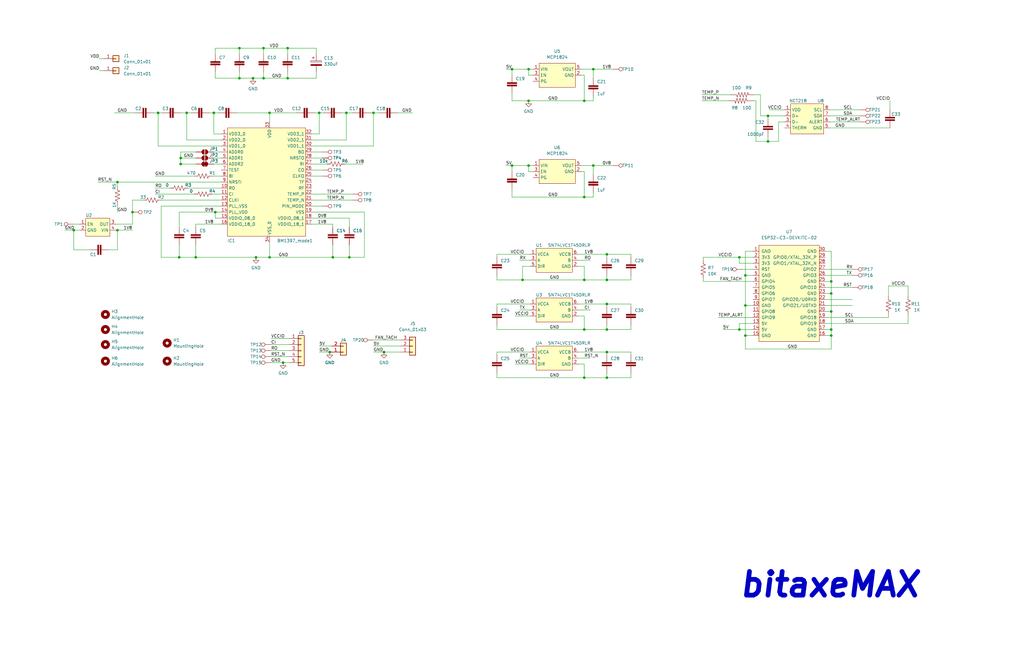
<source format=kicad_sch>
(kicad_sch (version 20211123) (generator eeschema)
  (paper "B")
  (title_block (title "le bitaxe") (date "2022-02-23"))
  (junction (at 66.675 47.625))
  (junction (at 146.05 47.625))
  (junction (at 140.335 108.585))
  (junction (at 222.885 69.85))
  (junction (at 350.52 139.065))
  (junction (at 255.905 128.27))
  (junction (at 246.38 159.385))
  (junction (at 107.95 108.585))
  (junction (at 100.965 20.32) (diameter 0.9144))
  (junction (at 222.885 42.545))
  (junction (at 31.115 97.155))
  (junction (at 250.19 29.21) (diameter 0.9144))
  (junction (at 75.565 108.585))
  (junction (at 323.85 48.895))
  (junction (at 111.125 20.32) (diameter 0.9144))
  (junction (at 49.53 76.835))
  (junction (at 311.785 108.585))
  (junction (at 90.805 89.535))
  (junction (at 246.38 139.065))
  (junction (at 350.52 131.445))
  (junction (at 314.325 116.205))
  (junction (at 255.905 159.385))
  (junction (at 222.885 29.21))
  (junction (at 111.125 33.02) (diameter 0.9144))
  (junction (at 157.48 47.625))
  (junction (at 82.55 108.585))
  (junction (at 100.965 33.02) (diameter 0.9144))
  (junction (at 350.52 118.745))
  (junction (at 255.905 148.59))
  (junction (at 113.665 108.585))
  (junction (at 220.345 118.11))
  (junction (at 255.905 139.065))
  (junction (at 139.065 148.59))
  (junction (at 78.74 47.625))
  (junction (at 147.32 108.585))
  (junction (at 215.9 29.21) (diameter 0.9144))
  (junction (at 113.665 47.625))
  (junction (at 350.52 141.605))
  (junction (at 323.85 59.69))
  (junction (at 250.19 69.85) (diameter 0.9144))
  (junction (at 49.53 97.155))
  (junction (at 350.52 123.825))
  (junction (at 121.285 33.02))
  (junction (at 255.905 118.11))
  (junction (at 55.88 89.535))
  (junction (at 76.2 66.675))
  (junction (at 246.38 118.11))
  (junction (at 314.325 128.905))
  (junction (at 255.905 107.315))
  (junction (at 119.38 153.035))
  (junction (at 90.17 47.625))
  (junction (at 215.9 69.85) (diameter 0.9144))
  (junction (at 314.325 141.605))
  (junction (at 311.785 139.065))
  (junction (at 246.38 83.185) (diameter 0.9144))
  (junction (at 76.2 69.215))
  (junction (at 121.285 20.32))
  (junction (at 106.68 33.02))
  (junction (at 161.925 148.59))
  (junction (at 246.38 42.545) (diameter 0.9144))
  (junction (at 134.62 47.625))
  (wire (pts (xy 147.32 108.585) (xy 153.67 108.585)))
  (wire (pts (xy 215.9 29.21) (xy 222.885 29.21)))
  (wire (pts (xy 131.445 69.215) (xy 137.795 69.215)))
  (wire (pts (xy 79.375 79.375) (xy 93.345 79.375)))
  (wire (pts (xy 314.325 147.32) (xy 350.52 147.32)))
  (wire (pts (xy 111.125 30.48) (xy 111.125 33.02)))
  (wire (pts (xy 213.36 69.85) (xy 215.9 69.85)))
  (wire (pts (xy 243.84 151.13) (xy 248.92 151.13)))
  (wire (pts (xy 246.38 118.11) (xy 220.345 118.11)))
  (wire (pts (xy 330.835 51.435) (xy 328.295 51.435)))
  (wire (pts (xy 132.715 47.625) (xy 134.62 47.625)))
  (wire (pts (xy 131.445 74.295) (xy 135.89 74.295)))
  (wire (pts (xy 295.91 40.005) (xy 307.975 40.005)))
  (wire (pts (xy 82.55 103.505) (xy 82.55 108.585)))
  (wire (pts (xy 209.55 157.48) (xy 209.55 159.385)))
  (wire (pts (xy 153.67 108.585) (xy 153.67 89.535)))
  (wire (pts (xy 119.38 153.035) (xy 121.92 153.035)))
  (wire (pts (xy 220.345 112.395) (xy 223.52 112.395)))
  (wire (pts (xy 255.905 148.59) (xy 255.905 149.86)))
  (wire (pts (xy 121.285 20.32) (xy 133.35 20.32)))
  (wire (pts (xy 131.445 66.675) (xy 135.89 66.675)))
  (wire (pts (xy 374.65 120.65) (xy 382.905 120.65)))
  (wire (pts (xy 266.065 157.48) (xy 266.065 159.385)))
  (wire (pts (xy 349.885 51.435) (xy 362.585 51.435)))
  (wire (pts (xy 243.84 130.81) (xy 248.92 130.81)))
  (wire (pts (xy 304.8 139.065) (xy 311.785 139.065)))
  (wire (pts (xy 114.3 142.875) (xy 121.92 142.875)))
  (wire (pts (xy 250.19 29.21) (xy 258.445 29.21)))
  (wire (pts (xy 75.565 89.535) (xy 90.805 89.535)))
  (wire (pts (xy 311.785 108.585) (xy 296.545 108.585)))
  (wire (pts (xy 255.905 159.385) (xy 246.38 159.385)))
  (wire (pts (xy 100.965 33.02) (xy 90.805 33.02)))
  (wire (pts (xy 243.84 153.67) (xy 246.38 153.67)))
  (wire (pts (xy 114.3 150.495) (xy 121.92 150.495)))
  (wire (pts (xy 215.9 39.37) (xy 215.9 42.545)))
  (wire (pts (xy 106.68 33.02) (xy 100.965 33.02)))
  (wire (pts (xy 93.345 56.515) (xy 90.17 56.515)))
  (wire (pts (xy 131.445 59.055) (xy 146.05 59.055)))
  (wire (pts (xy 219.075 130.81) (xy 223.52 130.81)))
  (wire (pts (xy 320.675 48.895) (xy 320.675 40.005)))
  (wire (pts (xy 266.065 137.16) (xy 266.065 139.065)))
  (wire (pts (xy 266.065 116.205) (xy 266.065 118.11)))
  (wire (pts (xy 246.38 72.39) (xy 246.38 83.185)))
  (wire (pts (xy 82.55 95.885) (xy 82.55 94.615)))
  (wire (pts (xy 266.065 107.315) (xy 266.065 108.585)))
  (wire (pts (xy 140.335 94.615) (xy 140.335 95.885)))
  (wire (pts (xy 222.885 31.75) (xy 224.79 31.75)))
  (wire (pts (xy 250.19 40.64) (xy 250.19 42.545)))
  (wire (pts (xy 131.445 64.135) (xy 135.89 64.135)))
  (wire (pts (xy 382.905 132.715) (xy 382.905 136.525)))
  (wire (pts (xy 350.52 141.605) (xy 347.98 141.605)))
  (wire (pts (xy 75.565 103.505) (xy 75.565 108.585)))
  (wire (pts (xy 350.52 131.445) (xy 350.52 139.065)))
  (wire (pts (xy 131.445 86.995) (xy 135.89 86.995)))
  (wire (pts (xy 131.445 61.595) (xy 157.48 61.595)))
  (wire (pts (xy 93.345 61.595) (xy 66.675 61.595)))
  (wire (pts (xy 107.95 108.585) (xy 113.665 108.585)))
  (wire (pts (xy 111.125 20.32) (xy 121.285 20.32)))
  (wire (pts (xy 209.55 107.315) (xy 209.55 108.585)))
  (wire (pts (xy 67.945 86.995) (xy 93.345 86.995)))
  (wire (pts (xy 266.065 139.065) (xy 255.905 139.065)))
  (wire (pts (xy 323.85 48.895) (xy 323.85 50.165)))
  (wire (pts (xy 350.52 139.065) (xy 350.52 141.605)))
  (wire (pts (xy 317.5 106.045) (xy 314.325 106.045)))
  (wire (pts (xy 382.905 120.65) (xy 382.905 125.095)))
  (wire (pts (xy 255.905 137.16) (xy 255.905 139.065)))
  (wire (pts (xy 100.965 30.48) (xy 100.965 33.02)))
  (wire (pts (xy 219.075 151.13) (xy 223.52 151.13)))
  (wire (pts (xy 317.5 108.585) (xy 311.785 108.585)))
  (wire (pts (xy 90.17 64.135) (xy 93.345 64.135)))
  (wire (pts (xy 223.52 107.315) (xy 209.55 107.315)))
  (wire (pts (xy 76.2 47.625) (xy 78.74 47.625)))
  (wire (pts (xy 146.05 59.055) (xy 146.05 47.625)))
  (wire (pts (xy 48.895 94.615) (xy 55.88 94.615)))
  (wire (pts (xy 121.285 30.48) (xy 121.285 33.02)))
  (wire (pts (xy 250.19 81.28) (xy 250.19 83.185)))
  (wire (pts (xy 209.55 137.16) (xy 209.55 139.065)))
  (wire (pts (xy 350.52 118.745) (xy 350.52 123.825)))
  (wire (pts (xy 213.36 29.21) (xy 215.9 29.21)))
  (wire (pts (xy 64.77 47.625) (xy 66.675 47.625)))
  (wire (pts (xy 67.945 84.455) (xy 93.345 84.455)))
  (wire (pts (xy 113.665 108.585) (xy 140.335 108.585)))
  (wire (pts (xy 223.52 128.27) (xy 209.55 128.27)))
  (wire (pts (xy 243.84 128.27) (xy 255.905 128.27)))
  (wire (pts (xy 134.62 148.59) (xy 139.065 148.59)))
  (wire (pts (xy 27.305 97.155) (xy 31.115 97.155)))
  (wire (pts (xy 147.32 103.505) (xy 147.32 108.585)))
  (wire (pts (xy 266.065 148.59) (xy 266.065 149.86)))
  (wire (pts (xy 222.885 72.39) (xy 222.885 69.85)))
  (wire (pts (xy 313.055 113.665) (xy 317.5 113.665)))
  (wire (pts (xy 350.52 147.32) (xy 350.52 141.605)))
  (wire (pts (xy 318.77 42.545) (xy 317.5 42.545)))
  (wire (pts (xy 246.38 153.67) (xy 246.38 159.385)))
  (wire (pts (xy 89.535 81.915) (xy 93.345 81.915)))
  (wire (pts (xy 246.38 83.185) (xy 215.9 83.185)))
  (wire (pts (xy 215.9 80.01) (xy 215.9 83.185)))
  (wire (pts (xy 314.325 116.205) (xy 314.325 128.905)))
  (wire (pts (xy 90.805 20.32) (xy 100.965 20.32)))
  (wire (pts (xy 157.48 148.59) (xy 161.925 148.59)))
  (wire (pts (xy 90.17 47.625) (xy 92.075 47.625)))
  (wire (pts (xy 161.925 148.59) (xy 168.91 148.59)))
  (wire (pts (xy 167.64 47.625) (xy 173.99 47.625)))
  (wire (pts (xy 222.885 29.21) (xy 224.79 29.21)))
  (wire (pts (xy 100.965 20.32) (xy 111.125 20.32)))
  (wire (pts (xy 347.98 133.985) (xy 374.65 133.985)))
  (wire (pts (xy 266.065 159.385) (xy 255.905 159.385)))
  (wire (pts (xy 65.405 74.295) (xy 81.915 74.295)))
  (wire (pts (xy 31.115 105.41) (xy 31.115 97.155)))
  (wire (pts (xy 66.675 47.625) (xy 68.58 47.625)))
  (wire (pts (xy 328.295 59.69) (xy 328.295 51.435)))
  (wire (pts (xy 89.535 74.295) (xy 93.345 74.295)))
  (wire (pts (xy 76.2 66.675) (xy 76.2 69.215)))
  (wire (pts (xy 330.835 48.895) (xy 323.85 48.895)))
  (wire (pts (xy 296.545 118.745) (xy 317.5 118.745)))
  (wire (pts (xy 43.815 29.845) (xy 41.91 29.845)))
  (wire (pts (xy 114.3 153.035) (xy 119.38 153.035)))
  (wire (pts (xy 49.53 76.835) (xy 49.53 78.74)))
  (wire (pts (xy 375.285 42.545) (xy 375.285 46.355)))
  (wire (pts (xy 145.415 69.215) (xy 153.035 69.215)))
  (wire (pts (xy 133.35 30.48) (xy 133.35 33.02)))
  (wire (pts (xy 134.62 47.625) (xy 136.525 47.625)))
  (wire (pts (xy 323.85 59.69) (xy 328.295 59.69)))
  (wire (pts (xy 49.53 76.835) (xy 93.345 76.835)))
  (wire (pts (xy 243.84 148.59) (xy 255.905 148.59)))
  (wire (pts (xy 250.19 42.545) (xy 246.38 42.545)))
  (wire (pts (xy 246.38 42.545) (xy 222.885 42.545)))
  (wire (pts (xy 347.98 118.745) (xy 350.52 118.745)))
  (wire (pts (xy 90.17 47.625) (xy 90.17 56.515)))
  (wire (pts (xy 302.895 133.985) (xy 317.5 133.985)))
  (wire (pts (xy 314.325 141.605) (xy 314.325 147.32)))
  (wire (pts (xy 217.17 153.67) (xy 223.52 153.67)))
  (wire (pts (xy 209.55 159.385) (xy 246.38 159.385)))
  (wire (pts (xy 255.905 148.59) (xy 266.065 148.59)))
  (wire (pts (xy 255.905 157.48) (xy 255.905 159.385)))
  (wire (pts (xy 67.945 108.585) (xy 75.565 108.585)))
  (wire (pts (xy 111.125 33.02) (xy 106.68 33.02)))
  (wire (pts (xy 49.53 105.41) (xy 49.53 97.155)))
  (wire (pts (xy 113.665 108.585) (xy 113.665 102.235)))
  (wire (pts (xy 375.285 53.975) (xy 349.885 53.975)))
  (wire (pts (xy 318.77 59.69) (xy 323.85 59.69)))
  (wire (pts (xy 113.665 47.625) (xy 113.665 51.435)))
  (wire (pts (xy 209.55 148.59) (xy 209.55 149.86)))
  (wire (pts (xy 246.38 31.75) (xy 246.38 42.545)))
  (wire (pts (xy 90.805 89.535) (xy 93.345 89.535)))
  (wire (pts (xy 78.74 59.055) (xy 78.74 47.625)))
  (wire (pts (xy 49.53 86.36) (xy 49.53 89.535)))
  (wire (pts (xy 133.35 22.86) (xy 133.35 20.32)))
  (wire (pts (xy 347.98 121.285) (xy 359.41 121.285)))
  (wire (pts (xy 90.805 92.075) (xy 90.805 89.535)))
  (wire (pts (xy 215.9 69.85) (xy 215.9 72.39)))
  (wire (pts (xy 131.445 81.915) (xy 148.59 81.915)))
  (wire (pts (xy 220.345 118.11) (xy 220.345 112.395)))
  (wire (pts (xy 90.17 69.215) (xy 93.345 69.215)))
  (wire (pts (xy 311.785 136.525) (xy 311.785 139.065)))
  (wire (pts (xy 223.52 148.59) (xy 209.55 148.59)))
  (wire (pts (xy 139.065 148.59) (xy 139.7 148.59)))
  (wire (pts (xy 295.91 42.545) (xy 307.34 42.545)))
  (wire (pts (xy 250.19 69.85) (xy 258.445 69.85)))
  (wire (pts (xy 65.405 81.915) (xy 81.915 81.915)))
  (wire (pts (xy 55.88 89.535) (xy 55.88 84.455)))
  (wire (pts (xy 93.345 59.055) (xy 78.74 59.055)))
  (wire (pts (xy 55.88 84.455) (xy 60.325 84.455)))
  (wire (pts (xy 323.85 57.785) (xy 323.85 59.69)))
  (wire (pts (xy 255.905 128.27) (xy 266.065 128.27)))
  (wire (pts (xy 121.285 22.86) (xy 121.285 20.32)))
  (wire (pts (xy 157.48 47.625) (xy 160.02 47.625)))
  (wire (pts (xy 314.325 128.905) (xy 317.5 128.905)))
  (wire (pts (xy 266.065 128.27) (xy 266.065 129.54)))
  (wire (pts (xy 131.445 84.455) (xy 148.59 84.455)))
  (wire (pts (xy 374.65 132.715) (xy 374.65 133.985)))
  (wire (pts (xy 140.335 103.505) (xy 140.335 108.585)))
  (wire (pts (xy 82.55 108.585) (xy 107.95 108.585)))
  (wire (pts (xy 43.815 24.765) (xy 41.91 24.765)))
  (wire (pts (xy 347.98 123.825) (xy 350.52 123.825)))
  (wire (pts (xy 209.55 128.27) (xy 209.55 129.54)))
  (wire (pts (xy 134.62 56.515) (xy 134.62 47.625)))
  (wire (pts (xy 255.905 139.065) (xy 246.38 139.065)))
  (wire (pts (xy 314.325 116.205) (xy 317.5 116.205)))
  (wire (pts (xy 347.98 126.365) (xy 359.41 126.365)))
  (wire (pts (xy 245.11 29.21) (xy 250.19 29.21)))
  (wire (pts (xy 66.675 61.595) (xy 66.675 47.625)))
  (wire (pts (xy 314.325 106.045) (xy 314.325 116.205)))
  (wire (pts (xy 131.445 92.075) (xy 147.32 92.075)))
  (wire (pts (xy 222.885 31.75) (xy 222.885 29.21)))
  (wire (pts (xy 314.325 141.605) (xy 317.5 141.605)))
  (wire (pts (xy 114.3 145.415) (xy 121.92 145.415)))
  (wire (pts (xy 250.19 69.85) (xy 250.19 73.66)))
  (wire (pts (xy 99.695 47.625) (xy 113.665 47.625)))
  (wire (pts (xy 78.74 47.625) (xy 80.645 47.625)))
  (wire (pts (xy 82.55 94.615) (xy 93.345 94.615)))
  (wire (pts (xy 362.585 48.895) (xy 349.885 48.895)))
  (wire (pts (xy 347.98 116.205) (xy 359.41 116.205)))
  (wire (pts (xy 347.98 136.525) (xy 382.905 136.525)))
  (wire (pts (xy 209.55 139.065) (xy 246.38 139.065)))
  (wire (pts (xy 347.98 128.905) (xy 359.41 128.905)))
  (wire (pts (xy 317.5 136.525) (xy 311.785 136.525)))
  (wire (pts (xy 88.265 47.625) (xy 90.17 47.625)))
  (wire (pts (xy 157.48 143.51) (xy 168.91 143.51)))
  (wire (pts (xy 314.325 128.905) (xy 314.325 141.605)))
  (wire (pts (xy 243.84 109.855) (xy 248.92 109.855)))
  (wire (pts (xy 125.095 47.625) (xy 113.665 47.625)))
  (wire (pts (xy 82.55 64.135) (xy 76.2 64.135)))
  (wire (pts (xy 246.38 31.75) (xy 245.11 31.75)))
  (wire (pts (xy 209.55 116.205) (xy 209.55 118.11)))
  (wire (pts (xy 255.905 128.27) (xy 255.905 129.54)))
  (wire (pts (xy 222.885 42.545) (xy 215.9 42.545)))
  (wire (pts (xy 246.38 133.35) (xy 246.38 139.065)))
  (wire (pts (xy 157.48 61.595) (xy 157.48 47.625)))
  (wire (pts (xy 222.885 72.39) (xy 224.79 72.39)))
  (wire (pts (xy 38.1 105.41) (xy 31.115 105.41)))
  (wire (pts (xy 41.275 76.835) (xy 49.53 76.835)))
  (wire (pts (xy 217.17 133.35) (xy 223.52 133.35)))
  (wire (pts (xy 296.545 108.585) (xy 296.545 109.855)))
  (wire (pts (xy 153.67 89.535) (xy 131.445 89.535)))
  (wire (pts (xy 55.88 94.615) (xy 55.88 89.535)))
  (wire (pts (xy 362.585 46.355) (xy 349.885 46.355)))
  (wire (pts (xy 209.55 118.11) (xy 220.345 118.11)))
  (wire (pts (xy 350.52 106.045) (xy 350.52 118.745)))
  (wire (pts (xy 250.19 83.185) (xy 246.38 83.185)))
  (wire (pts (xy 131.445 94.615) (xy 140.335 94.615)))
  (wire (pts (xy 76.2 66.675) (xy 82.55 66.675)))
  (wire (pts (xy 76.2 69.215) (xy 82.55 69.215)))
  (wire (pts (xy 67.945 86.995) (xy 67.945 108.585)))
  (wire (pts (xy 111.125 22.86) (xy 111.125 20.32)))
  (wire (pts (xy 75.565 108.585) (xy 82.55 108.585)))
  (wire (pts (xy 114.3 147.955) (xy 121.92 147.955)))
  (wire (pts (xy 255.905 118.11) (xy 246.38 118.11)))
  (wire (pts (xy 243.84 133.35) (xy 246.38 133.35)))
  (wire (pts (xy 215.9 29.21) (xy 215.9 31.75)))
  (wire (pts (xy 250.19 29.21) (xy 250.19 33.02)))
  (wire (pts (xy 31.115 94.615) (xy 33.655 94.615)))
  (wire (pts (xy 75.565 95.885) (xy 75.565 89.535)))
  (wire (pts (xy 243.84 112.395) (xy 246.38 112.395)))
  (wire (pts (xy 347.98 113.665) (xy 359.41 113.665)))
  (wire (pts (xy 245.11 69.85) (xy 250.19 69.85)))
  (wire (pts (xy 347.98 139.065) (xy 350.52 139.065)))
  (wire (pts (xy 311.785 111.125) (xy 317.5 111.125)))
  (wire (pts (xy 31.115 97.155) (xy 33.655 97.155)))
  (wire (pts (xy 320.675 40.005) (xy 318.135 40.005)))
  (wire (pts (xy 318.77 42.545) (xy 318.77 59.69)))
  (wire (pts (xy 48.895 97.155) (xy 49.53 97.155)))
  (wire (pts (xy 347.98 131.445) (xy 350.52 131.445)))
  (wire (pts (xy 255.905 116.205) (xy 255.905 118.11)))
  (wire (pts (xy 323.85 48.895) (xy 320.675 48.895)))
  (wire (pts (xy 121.285 33.02) (xy 133.35 33.02)))
  (wire (pts (xy 374.65 120.65) (xy 374.65 125.095)))
  (wire (pts (xy 131.445 71.755) (xy 135.89 71.755)))
  (wire (pts (xy 134.62 146.05) (xy 139.7 146.05)))
  (wire (pts (xy 49.53 97.155) (xy 55.88 97.155)))
  (wire (pts (xy 246.38 112.395) (xy 246.38 118.11)))
  (wire (pts (xy 215.9 69.85) (xy 222.885 69.85)))
  (wire (pts (xy 90.805 22.86) (xy 90.805 20.32)))
  (wire (pts (xy 222.885 69.85) (xy 224.79 69.85)))
  (wire (pts (xy 347.98 106.045) (xy 350.52 106.045)))
  (wire (pts (xy 266.065 118.11) (xy 255.905 118.11)))
  (wire (pts (xy 156.21 47.625) (xy 157.48 47.625)))
  (wire (pts (xy 144.145 47.625) (xy 146.05 47.625)))
  (wire (pts (xy 255.905 107.315) (xy 266.065 107.315)))
  (wire (pts (xy 48.26 47.625) (xy 57.15 47.625)))
  (wire (pts (xy 255.905 107.315) (xy 255.905 108.585)))
  (wire (pts (xy 76.2 64.135) (xy 76.2 66.675)))
  (wire (pts (xy 296.545 117.475) (xy 296.545 118.745)))
  (wire (pts (xy 157.48 146.05) (xy 168.91 146.05)))
  (wire (pts (xy 75.565 69.215) (xy 76.2 69.215)))
  (wire (pts (xy 350.52 123.825) (xy 350.52 131.445)))
  (wire (pts (xy 65.405 79.375) (xy 71.755 79.375)))
  (wire (pts (xy 311.785 108.585) (xy 311.785 111.125)))
  (wire (pts (xy 93.345 92.075) (xy 90.805 92.075)))
  (wire (pts (xy 147.32 92.075) (xy 147.32 95.885)))
  (wire (pts (xy 100.965 22.86) (xy 100.965 20.32)))
  (wire (pts (xy 121.285 33.02) (xy 111.125 33.02)))
  (wire (pts (xy 90.17 66.675) (xy 93.345 66.675)))
  (wire (pts (xy 45.72 105.41) (xy 49.53 105.41)))
  (wire (pts (xy 146.05 47.625) (xy 148.59 47.625)))
  (wire (pts (xy 219.075 109.855) (xy 223.52 109.855)))
  (wire (pts (xy 246.38 72.39) (xy 245.11 72.39)))
  (wire (pts (xy 140.335 108.585) (xy 147.32 108.585)))
  (wire (pts (xy 330.835 46.355) (xy 324.485 46.355)))
  (wire (pts (xy 90.805 30.48) (xy 90.805 33.02)))
  (wire (pts (xy 311.785 139.065) (xy 317.5 139.065)))
  (wire (pts (xy 243.84 107.315) (xy 255.905 107.315)))
  (wire (pts (xy 131.445 56.515) (xy 134.62 56.515)))
  (text "bitaxeMAX" (at 311.15 252.73 0) (effects (font (size 10 10) (thickness 2) bold italic) (justify left bottom)))
  (label "GND" (at 49.53 89.535 0))
  (label "VCCIO" (at 302.895 108.585 0))
  (label "TEMP_N" (at 295.91 42.545 0))
  (label "GND" (at 231.14 42.545 0))
  (label "GND" (at 27.305 97.155 0))
  (label "1V8" (at 254 29.21 0))
  (label "SDA" (at 356.235 136.525 0))
  (label "GND" (at 231.775 118.11 0))
  (label "RST_N" (at 41.275 76.835 0))
  (label "GND" (at 356.235 53.975 180))
  (label "RST" (at 219.075 151.13 0))
  (label "0V8" (at 254 69.85 0))
  (label "VCCIO" (at 375.285 42.545 180))
  (label "VDD" (at 115.57 47.625 0))
  (label "GND" (at 41.91 29.845 180))
  (label "FAN_TACH" (at 303.53 118.745 0))
  (label "GND" (at 118.745 33.02 180))
  (label "VDD" (at 113.665 20.32 0))
  (label "TEMP_P" (at 137.795 81.915 0))
  (label "RX" (at 356.87 113.665 0))
  (label "RO" (at 65.405 79.375 0))
  (label "1V8" (at 52.07 97.155 0))
  (label "GND" (at 231.775 159.385 0))
  (label "TEMP_N" (at 137.795 84.455 0))
  (label "GND" (at 231.775 139.065 0))
  (label "FAN_TACH" (at 158.115 143.51 0))
  (label "SCL" (at 356.235 133.985 0))
  (label "GND" (at 49.53 47.625 0))
  (label "1V8" (at 86.36 94.615 0))
  (label "VCCIO" (at 217.17 133.35 0))
  (label "SCL" (at 359.41 46.355 180))
  (label "5V" (at 134.62 146.05 0))
  (label "GND" (at 157.48 148.59 0))
  (label "RO" (at 114.3 147.955 0))
  (label "VCCIO" (at 215.265 148.59 0))
  (label "5V" (at 304.8 139.065 0))
  (label "5V" (at 213.36 69.85 0))
  (label "GND" (at 65.405 74.295 0))
  (label "1V8" (at 246.38 128.27 0))
  (label "RST" (at 355.6 121.285 0))
  (label "5V" (at 213.36 29.21 0))
  (label "CI" (at 246.38 130.81 0))
  (label "GND" (at 134.62 148.59 0))
  (label "VCCIO" (at 114.3 142.875 0))
  (label "VCCIO" (at 329.565 46.355 180))
  (label "VCCIO" (at 217.17 153.67 0))
  (label "1V8" (at 133.985 94.615 0))
  (label "GND" (at 77.47 66.675 0))
  (label "1V8" (at 246.38 107.315 0))
  (label "1V8" (at 149.86 69.215 0))
  (label "VCCIO" (at 375.92 120.65 0))
  (label "0V8" (at 86.36 89.535 0))
  (label "CI" (at 114.3 145.415 0))
  (label "VDD" (at 41.91 24.765 180))
  (label "GND" (at 332.105 147.32 0))
  (label "SDA" (at 359.41 48.895 180))
  (label "TX" (at 356.87 116.205 0))
  (label "0V8" (at 133.985 92.075 0))
  (label "VCCIO" (at 215.265 128.27 0))
  (label "TEMP_ALRT" (at 302.895 133.985 0))
  (label "GND" (at 169.545 47.625 0))
  (label "TEMP_P" (at 295.91 40.005 0))
  (label "RST_N" (at 246.38 151.13 0))
  (label "VCCIO" (at 215.265 107.315 0))
  (label "GND" (at 117.475 108.585 0))
  (label "5V" (at 157.48 146.05 0))
  (label "RO" (at 246.38 109.855 0))
  (label "RX" (at 219.075 109.855 0))
  (label "GND" (at 114.3 153.035 0))
  (label "TX" (at 219.075 130.81 0))
  (label "RST_N" (at 114.3 150.495 0))
  (label "TEMP_ALRT" (at 352.425 51.435 0))
  (label "1V8" (at 246.38 148.59 0))
  (label "CI" (at 65.405 81.915 0))
  (label "GND" (at 231.14 83.185 0))
  (symbol (lib_name "MCP1824_1") (lib_id "bitaxe:MCP1824") (at 234.95 71.12 0) (unit 1)
    (property "Reference" "U6" (at 234.95 62.23 0))
    (property "Value" "MCP1824" (at 234.95 64.77 0))
    (property "Footprint" "Package_TO_SOT_SMD:SOT-23-5" (effects hide))
    (property "Datasheet" "https://ww1.microchip.com/downloads/en/DeviceDoc/22070a.pdf" (effects hide))
    (property "PARTNO" "MCP1824T-0802E/OT" (effects hide))
    (property "DK" "MCP1824T-0802E/OTCT-ND" (effects hide))
  )
  (symbol (lib_id "Connector:TestPoint") (at 157.48 143.51 90) (mirror x) (unit 1)
    (property "Reference" "TP20" (at 151.13 143.51 90))
    (property "Value" "TestPoint" (effects hide))
    (property "Footprint" "TestPoint:TestPoint_Pad_D1.5mm" (effects hide))
    (property "DNP" "T" (effects hide))
  )
  (symbol (lib_id "DayMiner-eagle-import:CAP0402") (at 62.23 47.625 90) (unit 1)
    (property "Reference" "C2" (at 59.69 45.085 90) (effects (justify left bottom)))
    (property "Value" "1uF" (at 59.69 48.26 90) (effects (justify left bottom)))
    (property "Footprint" "DayMiner:C0402" (effects hide))
    (property "Value" "1uF" (effects hide))
    (property "DK" "587-5514-1-ND" (effects hide))
  )
  (symbol (lib_id "DayMiner-eagle-import:CAP0402") (at 121.285 27.94 0) (unit 1)
    (property "Reference" "C11" (at 122.809 25.019 0) (effects (justify left bottom)))
    (property "Value" "1uF" (at 122.809 30.099 0) (effects (justify left bottom)))
    (property "Footprint" "DayMiner:C0402" (effects hide))
    (property "Value" "1uF" (effects hide))
    (property "DK" "587-5514-1-ND" (effects hide))
  )
  (symbol (lib_id "Connector_Generic:Conn_01x01") (at 48.895 24.765 0) (unit 1)
    (property "Reference" "J1" (at 52.07 23.4949 0) (effects (justify left)))
    (property "Value" "Conn_01x01" (at 52.07 26.0349 0) (effects (justify left)))
    (property "Footprint" "DayMiner:63862-1" (effects hide))
    (property "DK" "A100886CT-ND" (effects hide))
    (property "PARTNO" "63862-1" (effects hide))
  )
  (symbol (lib_id "Connector:TestPoint") (at 114.3 145.415 90) (mirror x) (unit 1)
    (property "Reference" "TP12" (at 107.95 145.415 90))
    (property "Value" "TestPoint" (effects hide))
    (property "Footprint" "TestPoint:TestPoint_Pad_D1.5mm" (effects hide))
    (property "DNP" "T" (effects hide))
  )
  (symbol (lib_id "Mechanical:MountingHole") (at 44.45 145.415 0) (unit 1)
    (property "Reference" "H5" (at 46.99 144.1449 0) (effects (justify left)))
    (property "Value" "AlignmentHole" (at 46.99 146.6849 0) (effects (justify left)))
    (property "Footprint" "DayMiner:alignment_pin_1.5mm" (effects hide))
    (property "PARTNO" "https://www.amazon.com/dp/B07MDFS1YS" (effects hide))
  )
  (symbol (lib_id "Connector_Generic:Conn_01x03") (at 173.99 146.05 0) (mirror x) (unit 1)
    (property "Reference" "J5" (at 173.99 136.525 0))
    (property "Value" "Conn_01x03" (at 173.99 139.065 0))
    (property "Footprint" "Connector_Molex:Molex_KK-254_AE-6410-03A_1x03_P2.54mm_Vertical" (effects hide))
    (property "DK" "WM4201-ND" (effects hide))
    (property "PARTNO" "0022232031" (effects hide))
  )
  (symbol (lib_id "Connector:TestPoint") (at 148.59 81.915 270) (mirror x) (unit 1)
    (property "Reference" "TP7" (at 154.94 81.915 90))
    (property "Value" "TestPoint" (effects hide))
    (property "Footprint" "TestPoint:TestPoint_Pad_D1.5mm" (effects hide))
    (property "DNP" "T" (effects hide))
  )
  (symbol (lib_id "Connector_Generic:Conn_01x01") (at 48.895 29.845 0) (unit 1)
    (property "Reference" "J2" (at 52.07 28.5749 0) (effects (justify left)))
    (property "Value" "Conn_01x01" (at 52.07 31.1149 0) (effects (justify left)))
    (property "Footprint" "DayMiner:63862-1" (effects hide))
    (property "DK" "A100886CT-ND" (effects hide))
    (property "PARTNO" "63862-1" (effects hide))
  )
  (symbol (lib_id "power:GND") (at 161.925 148.59 0) (mirror y) (unit 1)
    (property "Reference" "#PWR011" (effects hide))
    (property "Value" "GND" (at 161.925 153.035 0))
  )
  (symbol (lib_id "Device:R_US") (at 374.65 128.905 180) (unit 1)
    (property "Reference" "R10" (at 377.825 128.27 0))
    (property "Value" "1K" (at 378.46 130.81 0))
    (property "Footprint" "DayMiner:R0402" (effects hide))
  )
  (symbol (lib_id "Connector:TestPoint") (at 258.445 29.21 270) (mirror x) (unit 1)
    (property "Reference" "TP10" (at 264.795 29.21 90))
    (property "Value" "TestPoint" (effects hide))
    (property "Footprint" "TestPoint:TestPoint_Pad_D1.5mm" (effects hide))
    (property "DNP" "T" (effects hide))
  )
  (symbol (lib_id "DayMiner-eagle-import:CAP0402") (at 266.065 113.665 0) (unit 1)
    (property "Reference" "C29" (at 267.589 110.744 0) (effects (justify left bottom)))
    (property "Value" "1uF" (at 267.589 115.824 0) (effects (justify left bottom)))
    (property "Footprint" "DayMiner:C0402" (effects hide))
    (property "Value" "1uF" (effects hide))
    (property "DK" "587-5514-1-ND" (effects hide))
  )
  (symbol (lib_id "Connector:TestPoint") (at 135.89 71.755 270) (mirror x) (unit 1)
    (property "Reference" "TP5" (at 142.24 71.755 90))
    (property "Value" "TestPoint" (effects hide))
    (property "Footprint" "TestPoint:TestPoint_Pad_D1.5mm" (effects hide))
    (property "DNP" "T" (effects hide))
  )
  (symbol (lib_id "Jumper:SolderJumper_2_Open") (at 86.36 64.135 0) (unit 1)
    (property "Reference" "JP1" (at 90.17 62.865 0))
    (property "Value" "SolderJumper_2_Open" (effects hide))
    (property "Footprint" "Jumper:SolderJumper-2_P1.3mm_Open_RoundedPad1.0x1.5mm" (effects hide))
  )
  (symbol (lib_id "DayMiner-eagle-import:RESISTOR0402-RES") (at 312.42 42.545 0) (mirror y) (unit 1)
    (property "Reference" "R8" (at 311.15 46.225 0) (effects (justify left bottom)))
    (property "Value" "100" (at 316.865 46.225 0) (effects (justify left bottom)))
    (property "Footprint" "Resistor_SMD:R_0402_1005Metric" (effects hide))
    (property "DK" "RMCF0402FT100RCT-ND" (effects hide))
  )
  (symbol (lib_id "bitaxe:SN74LVC1T45DBV") (at 233.68 109.855 0) (unit 1)
    (property "Reference" "U1" (at 227.33 103.505 0))
    (property "Value" "SN74LVC1T45DRLR" (at 240.03 103.505 0))
    (property "Footprint" "Package_TO_SOT_SMD:SOT-23-6" (effects hide))
    (property "Datasheet" "http://www.ti.com/lit/ds/symlink/sn74lvc1t45.pdf" (effects hide))
    (property "DK" "296-20629-1-ND" (effects hide))
    (property "PARTNO" "SN74LVC1T45DRLR" (effects hide))
  )
  (symbol (lib_id "DayMiner-eagle-import:CAP0402") (at 266.065 134.62 0) (unit 1)
    (property "Reference" "C30" (at 267.589 131.699 0) (effects (justify left bottom)))
    (property "Value" "1uF" (at 267.589 136.779 0) (effects (justify left bottom)))
    (property "Footprint" "DayMiner:C0402" (effects hide))
    (property "Value" "1uF" (effects hide))
    (property "DK" "587-5514-1-ND" (effects hide))
  )
  (symbol (lib_id "Connector:TestPoint") (at 135.89 74.295 270) (mirror x) (unit 1)
    (property "Reference" "TP6" (at 142.24 74.295 90))
    (property "Value" "TestPoint" (effects hide))
    (property "Footprint" "TestPoint:TestPoint_Pad_D1.5mm" (effects hide))
    (property "DNP" "T" (effects hide))
  )
  (symbol (lib_id "power:GND") (at 139.065 148.59 0) (mirror y) (unit 1)
    (property "Reference" "#PWR010" (effects hide))
    (property "Value" "GND" (at 139.065 153.035 0))
  )
  (symbol (lib_id "DayMiner-eagle-import:CAP0402") (at 255.905 134.62 0) (unit 1)
    (property "Reference" "C27" (at 257.429 131.699 0) (effects (justify left bottom)))
    (property "Value" "0.1uF" (at 257.429 136.779 0) (effects (justify left bottom)))
    (property "Footprint" "DayMiner:C0402" (effects hide))
    (property "Value" "0.1uF" (effects hide))
    (property "DK" "1292-1639-1-ND" (effects hide))
  )
  (symbol (lib_id "DayMiner-eagle-import:CAP0402") (at 111.125 27.94 0) (unit 1)
    (property "Reference" "C10" (at 112.649 25.019 0) (effects (justify left bottom)))
    (property "Value" "1uF" (at 112.649 30.099 0) (effects (justify left bottom)))
    (property "Footprint" "DayMiner:C0402" (effects hide))
    (property "Value" "1uF" (effects hide))
    (property "DK" "587-5514-1-ND" (effects hide))
  )
  (symbol (lib_id "Device:R_US") (at 49.53 82.55 180) (unit 1)
    (property "Reference" "R5" (at 48.26 78.74 90))
    (property "Value" "1K" (at 48.26 86.36 90))
    (property "Footprint" "DayMiner:R0402" (effects hide))
  )
  (symbol (lib_id "power:GND") (at 119.38 153.035 0) (mirror y) (unit 1)
    (property "Reference" "#PWR09" (effects hide))
    (property "Value" "GND" (at 119.38 157.48 0))
  )
  (symbol (lib_id "DayMiner-eagle-import:CAP0402") (at 266.065 154.94 0) (unit 1)
    (property "Reference" "C31" (at 267.589 152.019 0) (effects (justify left bottom)))
    (property "Value" "1uF" (at 267.589 157.099 0) (effects (justify left bottom)))
    (property "Footprint" "DayMiner:C0402" (effects hide))
    (property "Value" "1uF" (effects hide))
    (property "DK" "587-5514-1-ND" (effects hide))
  )
  (symbol (lib_id "Connector:TestPoint") (at 114.3 147.955 90) (unit 1)
    (property "Reference" "TP13" (at 107.95 147.955 90))
    (property "Value" "TestPoint" (effects hide))
    (property "Footprint" "TestPoint:TestPoint_Pad_D1.5mm" (effects hide))
    (property "DNP" "T" (effects hide))
  )
  (symbol (lib_id "bitaxe:SN74LVC1T45DBV") (at 233.68 130.81 0) (unit 1)
    (property "Reference" "U3" (at 227.33 124.46 0))
    (property "Value" "SN74LVC1T45DRLR" (at 240.03 124.46 0))
    (property "Footprint" "Package_TO_SOT_SMD:SOT-23-6" (effects hide))
    (property "Datasheet" "http://www.ti.com/lit/ds/symlink/sn74lvc1t45.pdf" (effects hide))
    (property "DK" "296-20629-1-ND" (effects hide))
    (property "PARTNO" "SN74LVC1T45DRLR" (effects hide))
  )
  (symbol (lib_id "Device:R_US") (at 141.605 69.215 90) (unit 1)
    (property "Reference" "R6" (at 145.415 67.945 90))
    (property "Value" "10k" (at 136.525 67.945 90))
    (property "Footprint" "DayMiner:R0402" (effects hide))
    (property "DK" "RMCF0402FT10K0CT-ND" (effects hide))
  )
  (symbol (lib_id "Device:R_US") (at 85.725 74.295 90) (unit 1)
    (property "Reference" "R1" (at 89.535 73.025 90))
    (property "Value" "470" (at 80.645 73.025 90))
    (property "Footprint" "DayMiner:R0402" (effects hide))
  )
  (symbol (lib_id "Connector_Generic:Conn_01x02") (at 144.78 148.59 0) (mirror x) (unit 1)
    (property "Reference" "J4" (at 144.78 143.51 0))
    (property "Value" "Conn_01x02" (effects hide))
    (property "Footprint" "Connector_PinHeader_2.54mm:PinHeader_1x02_P2.54mm_Vertical" (effects hide))
    (property "DNP" "T" (effects hide))
  )
  (symbol (lib_id "DayMiner-eagle-import:CAP0402") (at 147.32 100.965 0) (unit 1)
    (property "Reference" "C16" (at 148.844 98.044 0) (effects (justify left bottom)))
    (property "Value" "1uF" (at 148.844 103.124 0) (effects (justify left bottom)))
    (property "Footprint" "DayMiner:C0402" (effects hide))
    (property "Value" "1uF" (effects hide))
    (property "DK" "587-5514-1-ND" (effects hide))
  )
  (symbol (lib_id "DayMiner-eagle-import:CAP0402") (at 73.66 47.625 90) (unit 1)
    (property "Reference" "C3" (at 71.12 45.085 90) (effects (justify left bottom)))
    (property "Value" "1uF" (at 71.12 48.26 90) (effects (justify left bottom)))
    (property "Footprint" "DayMiner:C0402" (effects hide))
    (property "Value" "1uF" (effects hide))
    (property "DK" "587-5514-1-ND" (effects hide))
  )
  (symbol (lib_name "SolderJumper_2_Bridged_5") (lib_id "Jumper:SolderJumper_2_Bridged") (at 86.36 69.215 0) (unit 1)
    (property "Reference" "JP3" (at 90.17 67.945 0))
    (property "Value" "SolderJumper_2_Bridged" (effects hide))
    (property "Footprint" "Jumper:SolderJumper-2_P1.3mm_Bridged2Bar_RoundedPad1.0x1.5mm" (effects hide))
    (property "DNP" "T" (effects hide))
  )
  (symbol (lib_id "DayMiner-eagle-import:CAP0402") (at 140.335 100.965 0) (unit 1)
    (property "Reference" "C14" (at 141.859 98.044 0) (effects (justify left bottom)))
    (property "Value" "1uF" (at 141.859 103.124 0) (effects (justify left bottom)))
    (property "Footprint" "DayMiner:C0402" (effects hide))
    (property "Value" "1uF" (effects hide))
    (property "DK" "587-5514-1-ND" (effects hide))
  )
  (symbol (lib_id "DayMiner-eagle-import:CAP0402") (at 97.155 47.625 90) (unit 1)
    (property "Reference" "C8" (at 94.615 45.085 90) (effects (justify left bottom)))
    (property "Value" "1uF" (at 94.615 48.26 90) (effects (justify left bottom)))
    (property "Footprint" "DayMiner:C0402" (effects hide))
    (property "Value" "1uF" (effects hide))
    (property "DK" "587-5514-1-ND" (effects hide))
  )
  (symbol (lib_id "DayMiner-eagle-import:CAP0402") (at 250.19 38.1 0) (unit 1)
    (property "Reference" "C21" (at 251.714 35.179 0) (effects (justify left bottom)))
    (property "Value" "1uF" (at 251.714 40.259 0) (effects (justify left bottom)))
    (property "Footprint" "DayMiner:C0402" (effects hide))
    (property "DK" "587-5514-1-ND" (effects hide))
  )
  (symbol (lib_id "power:GND") (at 106.68 33.02 0) (mirror y) (unit 1)
    (property "Reference" "#PWR01" (effects hide))
    (property "Value" "GND" (at 106.68 37.465 0))
  )
  (symbol (lib_id "Connector:TestPoint") (at 135.89 66.675 270) (mirror x) (unit 1)
    (property "Reference" "TP4" (at 142.24 66.675 90))
    (property "Value" "TestPoint" (effects hide))
    (property "Footprint" "TestPoint:TestPoint_Pad_D1.5mm" (effects hide))
    (property "DNP" "T" (effects hide))
  )
  (symbol (lib_id "Connector:TestPoint") (at 359.41 116.205 270) (mirror x) (unit 1)
    (property "Reference" "TP16" (at 365.76 116.205 90))
    (property "Value" "TestPoint" (effects hide))
    (property "Footprint" "TestPoint:TestPoint_Pad_D1.5mm" (effects hide))
    (property "DNP" "T" (effects hide))
  )
  (symbol (lib_id "DayMiner-eagle-import:CAP0402") (at 130.175 47.625 90) (unit 1)
    (property "Reference" "C12" (at 127 45.085 90) (effects (justify left bottom)))
    (property "Value" "1uF" (at 127 48.26 90) (effects (justify left bottom)))
    (property "Footprint" "DayMiner:C0402" (effects hide))
    (property "Value" "1uF" (effects hide))
    (property "DK" "587-5514-1-ND" (effects hide))
  )
  (symbol (lib_id "Mechanical:MountingHole") (at 44.45 139.065 0) (unit 1)
    (property "Reference" "H4" (at 46.99 137.7949 0) (effects (justify left)))
    (property "Value" "AlignmentHole" (at 46.99 140.3349 0) (effects (justify left)))
    (property "Footprint" "DayMiner:alignment_pin_1.5mm" (effects hide))
    (property "PARTNO" "https://www.amazon.com/dp/B07MDFS1YS" (effects hide))
  )
  (symbol (lib_id "DayMiner-eagle-import:CAP0402") (at 375.285 51.435 0) (mirror y) (unit 1)
    (property "Reference" "C33" (at 379.73 48.895 0) (effects (justify left bottom)))
    (property "Value" "0.1uF" (at 381.635 53.34 0) (effects (justify left bottom)))
    (property "Footprint" "DayMiner:C0402" (effects hide))
    (property "Value" "0.1uF" (effects hide))
    (property "DK" "1292-1639-1-ND" (effects hide))
  )
  (symbol (lib_id "Connector:TestPoint") (at 258.445 69.85 270) (mirror x) (unit 1)
    (property "Reference" "TP11" (at 264.795 69.85 90))
    (property "Value" "TestPoint" (effects hide))
    (property "Footprint" "TestPoint:TestPoint_Pad_D1.5mm" (effects hide))
    (property "DNP" "T" (effects hide))
  )
  (symbol (lib_id "DayMiner-eagle-import:CAP0402") (at 215.9 77.47 0) (unit 1)
    (property "Reference" "C20" (at 217.424 74.549 0) (effects (justify left bottom)))
    (property "Value" "0.1uF" (at 217.424 79.629 0) (effects (justify left bottom)))
    (property "Footprint" "DayMiner:C0402" (effects hide))
    (property "Value" "0.1uF" (effects hide))
    (property "DK" "1292-1639-1-ND" (effects hide))
  )
  (symbol (lib_id "DayMiner-eagle-import:CAP0402") (at 255.905 154.94 0) (unit 1)
    (property "Reference" "C28" (at 257.429 152.019 0) (effects (justify left bottom)))
    (property "Value" "0.1uF" (at 257.429 157.099 0) (effects (justify left bottom)))
    (property "Footprint" "DayMiner:C0402" (effects hide))
    (property "Value" "0.1uF" (effects hide))
    (property "DK" "1292-1639-1-ND" (effects hide))
  )
  (symbol (lib_id "DayMiner-eagle-import:CAP0402") (at 90.805 27.94 0) (unit 1)
    (property "Reference" "C7" (at 92.329 25.019 0) (effects (justify left bottom)))
    (property "Value" "0.1uF" (at 92.329 30.099 0) (effects (justify left bottom)))
    (property "Footprint" "DayMiner:C0402" (effects hide))
    (property "Value" "0.1uF" (effects hide))
    (property "DK" "1292-1639-1-ND" (effects hide))
  )
  (symbol (lib_id "Connector_Generic:Conn_01x05") (at 127 147.955 0) (unit 1)
    (property "Reference" "J3" (at 125.73 140.335 0) (effects (justify left)))
    (property "Value" "Conn_01x05" (effects hide))
    (property "Footprint" "Connector_PinHeader_2.54mm:PinHeader_1x05_P2.54mm_Vertical" (effects hide))
  )
  (symbol (lib_id "power:GND") (at 222.885 42.545 0) (mirror y) (unit 1)
    (property "Reference" "#PWR08" (effects hide))
    (property "Value" "GND" (at 222.885 46.99 0))
  )
  (symbol (lib_id "Connector:TestPoint") (at 148.59 84.455 270) (mirror x) (unit 1)
    (property "Reference" "TP8" (at 154.94 84.455 90))
    (property "Value" "TestPoint" (effects hide))
    (property "Footprint" "TestPoint:TestPoint_Pad_D1.5mm" (effects hide))
    (property "DNP" "T" (effects hide))
  )
  (symbol (lib_name "ESP32-C3-DEVKITC-02_1") (lib_id "bitaxe:ESP32-C3-DEVKITC-02") (at 334.01 123.825 0) (unit 1)
    (property "Reference" "U7" (at 332.74 97.79 0))
    (property "Value" "ESP32-C3-DEVKITC-02" (at 332.74 100.33 0))
    (property "Footprint" "DayMiner:XCVR_ESP32-C3-DEVKITC-02" (effects hide))
    (property "Datasheet" "https://www.espressif.com/sites/default/files/documentation/esp32-c3_datasheet_en.pdf" (effects hide))
  )
  (symbol (lib_id "bitaxe:MCP1824") (at 234.95 30.48 0) (unit 1)
    (property "Reference" "U5" (at 234.95 21.59 0))
    (property "Value" "MCP1824" (at 234.95 24.13 0))
    (property "Footprint" "Package_TO_SOT_SMD:SOT-23-5" (effects hide))
    (property "Datasheet" "https://ww1.microchip.com/downloads/en/DeviceDoc/22070a.pdf" (effects hide))
    (property "PARTNO" "MCP1824T-1802E/OT" (effects hide))
    (property "DK" "MCP1824T-1802E/OTCT-ND" (effects hide))
  )
  (symbol (lib_id "DayMiner-eagle-import:CAP0402") (at 85.725 47.625 90) (unit 1)
    (property "Reference" "C6" (at 83.185 45.085 90) (effects (justify left bottom)))
    (property "Value" "1uF" (at 83.185 48.26 90) (effects (justify left bottom)))
    (property "Footprint" "DayMiner:C0402" (effects hide))
    (property "Value" "1uF" (effects hide))
    (property "DK" "587-5514-1-ND" (effects hide))
  )
  (symbol (lib_id "Device:C_Polarized") (at 133.35 26.67 0) (unit 1)
    (property "Reference" "C13" (at 136.525 24.5109 0) (effects (justify left)))
    (property "Value" "330uF" (at 136.525 27.0509 0) (effects (justify left)))
    (property "Footprint" "Capacitor_Tantalum_SMD:CP_EIA-7343-31_Kemet-D_Pad2.25x2.55mm_HandSolder" (effects hide))
    (property "DK" "2388-PCT330/10DM-ND" (effects hide))
  )
  (symbol (lib_id "Connector:TestPoint") (at 359.41 121.285 270) (mirror x) (unit 1)
    (property "Reference" "TP18" (at 365.76 121.285 90))
    (property "Value" "TestPoint" (effects hide))
    (property "Footprint" "TestPoint:TestPoint_Pad_D1.5mm" (effects hide))
    (property "DNP" "T" (effects hide))
  )
  (symbol (lib_id "DayMiner-eagle-import:CAP0402") (at 215.9 36.83 0) (unit 1)
    (property "Reference" "C19" (at 217.424 33.909 0) (effects (justify left bottom)))
    (property "Value" "0.1uF" (at 217.424 38.989 0) (effects (justify left bottom)))
    (property "Footprint" "DayMiner:C0402" (effects hide))
    (property "Value" "0.1uF" (effects hide))
    (property "DK" "1292-1639-1-ND" (effects hide))
  )
  (symbol (lib_id "Connector:TestPoint") (at 362.585 51.435 270) (mirror x) (unit 1)
    (property "Reference" "TP23" (at 368.935 51.435 90))
    (property "Value" "TestPoint" (effects hide))
    (property "Footprint" "TestPoint:TestPoint_Pad_D1.5mm" (effects hide))
    (property "DNP" "T" (effects hide))
  )
  (symbol (lib_id "Mechanical:MountingHole") (at 44.45 132.715 0) (unit 1)
    (property "Reference" "H3" (at 46.99 131.4449 0) (effects (justify left)))
    (property "Value" "AlignmentHole" (at 46.99 133.9849 0) (effects (justify left)))
    (property "Footprint" "DayMiner:alignment_pin_1.5mm" (effects hide))
    (property "PARTNO" "https://www.amazon.com/dp/B07MDFS1YS" (effects hide))
  )
  (symbol (lib_id "DayMiner-eagle-import:CAP0402") (at 43.18 105.41 90) (unit 1)
    (property "Reference" "C1" (at 40.64 106.68 90) (effects (justify left bottom)))
    (property "Value" "0.1uF" (at 48.895 106.68 90) (effects (justify left bottom)))
    (property "Footprint" "DayMiner:C0402" (effects hide))
    (property "Value" "0.1uF" (effects hide))
    (property "DK" "1292-1639-1-ND" (effects hide))
  )
  (symbol (lib_id "DayMiner-eagle-import:CAP0402") (at 141.605 47.625 90) (unit 1)
    (property "Reference" "C15" (at 139.065 45.085 90) (effects (justify left bottom)))
    (property "Value" "1uF" (at 139.065 48.26 90) (effects (justify left bottom)))
    (property "Footprint" "DayMiner:C0402" (effects hide))
    (property "Value" "1uF" (effects hide))
    (property "DK" "587-5514-1-ND" (effects hide))
  )
  (symbol (lib_id "power:GND") (at 107.95 108.585 0) (mirror y) (unit 1)
    (property "Reference" "#PWR02" (effects hide))
    (property "Value" "GND" (at 107.95 113.03 0))
  )
  (symbol (lib_id "Connector:TestPoint") (at 31.115 94.615 90) (mirror x) (unit 1)
    (property "Reference" "TP1" (at 24.765 94.615 90))
    (property "Value" "TestPoint" (effects hide))
    (property "Footprint" "TestPoint:TestPoint_Pad_D1.5mm" (effects hide))
    (property "DNP" "T" (effects hide))
  )
  (symbol (lib_id "Mechanical:MountingHole") (at 70.485 152.4 0) (unit 1)
    (property "Reference" "H2" (at 73.025 151.1299 0) (effects (justify left)))
    (property "Value" "MountingHole" (at 73.025 153.6699 0) (effects (justify left)))
    (property "Footprint" "MountingHole:MountingHole_3.5mm" (effects hide))
  )
  (symbol (lib_id "Connector:TestPoint") (at 135.89 86.995 270) (mirror x) (unit 1)
    (property "Reference" "TP9" (at 142.24 86.995 90))
    (property "Value" "TestPoint" (effects hide))
    (property "Footprint" "TestPoint:TestPoint_Pad_D1.5mm" (effects hide))
    (property "DNP" "T" (effects hide))
  )
  (symbol (lib_id "DayMiner-eagle-import:CAP0402") (at 153.67 47.625 90) (unit 1)
    (property "Reference" "C17" (at 151.13 45.085 90) (effects (justify left bottom)))
    (property "Value" "1uF" (at 151.13 48.26 90) (effects (justify left bottom)))
    (property "Footprint" "DayMiner:C0402" (effects hide))
    (property "Value" "1uF" (effects hide))
    (property "DK" "587-5514-1-ND" (effects hide))
  )
  (symbol (lib_id "Device:R_US") (at 64.135 84.455 90) (unit 1)
    (property "Reference" "R2" (at 67.945 83.185 90))
    (property "Value" "33" (at 60.325 83.185 90))
    (property "Footprint" "DayMiner:R0402" (effects hide))
    (property "DK" "311-33.0LRCT-ND" (effects hide))
  )
  (symbol (lib_id "Device:R_US") (at 85.725 81.915 90) (unit 1)
    (property "Reference" "R4" (at 89.535 80.645 90))
    (property "Value" "0" (at 80.645 80.645 90))
    (property "Footprint" "DayMiner:R0402" (effects hide))
  )
  (symbol (lib_id "bitaxe:SN74LVC1T45DBV") (at 233.68 151.13 0) (unit 1)
    (property "Reference" "U4" (at 227.33 144.78 0))
    (property "Value" "SN74LVC1T45DRLR" (at 240.03 144.78 0))
    (property "Footprint" "Package_TO_SOT_SMD:SOT-23-6" (effects hide))
    (property "Datasheet" "http://www.ti.com/lit/ds/symlink/sn74lvc1t45.pdf" (effects hide))
    (property "DK" "296-20629-1-ND" (effects hide))
    (property "PARTNO" "SN74LVC1T45DRLR" (effects hide))
  )
  (symbol (lib_id "Connector:TestPoint") (at 135.89 64.135 270) (mirror x) (unit 1)
    (property "Reference" "TP3" (at 142.24 64.135 90))
    (property "Value" "TestPoint" (effects hide))
    (property "Footprint" "TestPoint:TestPoint_Pad_D1.5mm" (effects hide))
    (property "DNP" "T" (effects hide))
  )
  (symbol (lib_id "Mechanical:MountingHole") (at 70.485 144.78 0) (unit 1)
    (property "Reference" "H1" (at 73.025 143.5099 0) (effects (justify left)))
    (property "Value" "MountingHole" (at 73.025 146.0499 0) (effects (justify left)))
    (property "Footprint" "MountingHole:MountingHole_3.5mm" (effects hide))
  )
  (symbol (lib_id "DayMiner-eagle-import:RESISTOR0402-RES") (at 313.055 40.005 0) (mirror x) (unit 1)
    (property "Reference" "R9" (at 314.325 36.325 0) (effects (justify left bottom)))
    (property "Value" "100" (at 308.61 36.325 0) (effects (justify left bottom)))
    (property "Footprint" "Resistor_SMD:R_0402_1005Metric" (effects hide))
    (property "DK" "RMCF0402FT100RCT-ND" (effects hide))
  )
  (symbol (lib_id "Connector:TestPoint") (at 362.585 46.355 270) (mirror x) (unit 1)
    (property "Reference" "TP21" (at 368.935 46.355 90))
    (property "Value" "TestPoint" (effects hide))
    (property "Footprint" "TestPoint:TestPoint_Pad_D1.5mm" (effects hide))
    (property "DNP" "T" (effects hide))
  )
  (symbol (lib_id "bitaxe:BM1397_mode1") (at 113.665 71.755 0) (unit 1)
    (property "Reference" "IC1" (at 95.885 101.6 0) (effects (justify left)))
    (property "Value" "BM1397_mode1" (at 116.84 101.6 0) (effects (justify left)))
    (property "Footprint" "DayMiner:SON45P800X800X70-33T645X800N" (effects hide))
  )
  (symbol (lib_id "DayMiner-eagle-import:CAP0402") (at 209.55 134.62 0) (unit 1)
    (property "Reference" "C24" (at 211.074 131.699 0) (effects (justify left bottom)))
    (property "Value" "0.1uF" (at 211.074 136.779 0) (effects (justify left bottom)))
    (property "Footprint" "DayMiner:C0402" (effects hide))
    (property "Value" "0.1uF" (effects hide))
    (property "DK" "1292-1639-1-ND" (effects hide))
  )
  (symbol (lib_id "DayMiner-eagle-import:CAP0402") (at 82.55 100.965 0) (unit 1)
    (property "Reference" "C5" (at 84.074 98.044 0) (effects (justify left bottom)))
    (property "Value" "1uF" (at 84.074 103.124 0) (effects (justify left bottom)))
    (property "Footprint" "DayMiner:C0402" (effects hide))
    (property "Value" "1uF" (effects hide))
    (property "DK" "587-5514-1-ND" (effects hide))
  )
  (symbol (lib_id "Connector:TestPoint") (at 359.41 113.665 270) (mirror x) (unit 1)
    (property "Reference" "TP17" (at 365.76 113.665 90))
    (property "Value" "TestPoint" (effects hide))
    (property "Footprint" "TestPoint:TestPoint_Pad_D1.5mm" (effects hide))
    (property "DNP" "T" (effects hide))
  )
  (symbol (lib_id "DayMiner-eagle-import:CAP0402") (at 323.85 55.245 0) (mirror y) (unit 1)
    (property "Reference" "C32" (at 322.326 52.324 0) (effects (justify left bottom)))
    (property "Value" "1000pF" (at 322.326 57.404 0) (effects (justify left bottom)))
    (property "Footprint" "DayMiner:C0402" (effects hide))
    (property "DK" "13-CC0402KPX7R9BB102CT-ND" (effects hide))
  )
  (symbol (lib_id "Connector:TestPoint") (at 362.585 48.895 270) (mirror x) (unit 1)
    (property "Reference" "TP22" (at 368.935 48.895 90))
    (property "Value" "TestPoint" (effects hide))
    (property "Footprint" "TestPoint:TestPoint_Pad_D1.5mm" (effects hide))
    (property "DNP" "T" (effects hide))
  )
  (symbol (lib_id "Jumper:SolderJumper_2_Open") (at 86.36 66.675 0) (unit 1)
    (property "Reference" "JP2" (at 90.17 65.405 0))
    (property "Value" "SolderJumper_2_Open" (effects hide))
    (property "Footprint" "Jumper:SolderJumper-2_P1.3mm_Open_RoundedPad1.0x1.5mm" (effects hide))
  )
  (symbol (lib_id "DayMiner-eagle-import:CAP0402") (at 255.905 113.665 0) (unit 1)
    (property "Reference" "C26" (at 257.429 110.744 0) (effects (justify left bottom)))
    (property "Value" "0.1uF" (at 257.429 115.824 0) (effects (justify left bottom)))
    (property "Footprint" "DayMiner:C0402" (effects hide))
    (property "Value" "0.1uF" (effects hide))
    (property "DK" "1292-1639-1-ND" (effects hide))
  )
  (symbol (lib_id "bitaxe:oscillator") (at 41.275 95.885 0) (unit 1)
    (property "Reference" "U2" (at 37.465 90.805 0))
    (property "Value" "oscillator" (effects hide))
    (property "Footprint" "DayMiner:O 25,0-JO32-B-1V3-1-T1-LF" (effects hide))
    (property "Datasheet" "https://www.jauch.com/downloadfile/5ef1edcfb8e2f73163c8ce8009ef659d1/jo32-1.8-3.3v.pdf" (effects hide))
    (property "DK" "1908-O250-JO32-B-1V3-1-T1-LFCT-ND" (effects hide))
    (property "PARTNO" "O 25,0-JO32-B-1V3-1-T1-LF" (effects hide))
  )
  (symbol (lib_id "DayMiner-eagle-import:CAP0402") (at 250.19 78.74 0) (unit 1)
    (property "Reference" "C22" (at 251.714 75.819 0) (effects (justify left bottom)))
    (property "Value" "1uF" (at 251.714 80.899 0) (effects (justify left bottom)))
    (property "Footprint" "DayMiner:C0402" (effects hide))
    (property "DK" "587-5514-1-ND" (effects hide))
  )
  (symbol (lib_id "Device:R_US") (at 296.545 113.665 180) (unit 1)
    (property "Reference" "R7" (at 299.72 113.03 0))
    (property "Value" "10K" (at 300.355 115.57 0))
    (property "Footprint" "DayMiner:R0402" (effects hide))
  )
  (symbol (lib_id "DayMiner-eagle-import:CAP0402") (at 75.565 100.965 0) (unit 1)
    (property "Reference" "C4" (at 77.089 98.044 0) (effects (justify left bottom)))
    (property "Value" "1uF" (at 77.089 103.124 0) (effects (justify left bottom)))
    (property "Footprint" "DayMiner:C0402" (effects hide))
    (property "Value" "1uF" (effects hide))
    (property "DK" "587-5514-1-ND" (effects hide))
  )
  (symbol (lib_id "DayMiner-eagle-import:CAP0402") (at 209.55 113.665 0) (unit 1)
    (property "Reference" "C23" (at 211.074 110.744 0) (effects (justify left bottom)))
    (property "Value" "0.1uF" (at 211.074 115.824 0) (effects (justify left bottom)))
    (property "Footprint" "DayMiner:C0402" (effects hide))
    (property "Value" "0.1uF" (effects hide))
    (property "DK" "1292-1639-1-ND" (effects hide))
  )
  (symbol (lib_id "Connector:TestPoint") (at 313.055 113.665 90) (mirror x) (unit 1)
    (property "Reference" "TP19" (at 306.705 113.665 90))
    (property "Value" "TestPoint" (effects hide))
    (property "Footprint" "TestPoint:TestPoint_Pad_D1.5mm" (effects hide))
    (property "DNP" "T" (effects hide))
  )
  (symbol (lib_id "DayMiner-eagle-import:CAP0402") (at 100.965 27.94 0) (unit 1)
    (property "Reference" "C9" (at 102.489 25.019 0) (effects (justify left bottom)))
    (property "Value" "0.1uF" (at 102.489 30.099 0) (effects (justify left bottom)))
    (property "Footprint" "DayMiner:C0402" (effects hide))
    (property "Value" "0.1uF" (effects hide))
    (property "DK" "1292-1639-1-ND" (effects hide))
  )
  (symbol (lib_id "Device:R_US") (at 75.565 79.375 90) (unit 1)
    (property "Reference" "R3" (at 79.375 78.105 90))
    (property "Value" "0" (at 70.485 78.105 90))
    (property "Footprint" "DayMiner:R0402" (effects hide))
  )
  (symbol (lib_id "Connector:TestPoint") (at 114.3 150.495 90) (mirror x) (unit 1)
    (property "Reference" "TP14" (at 107.95 150.495 90))
    (property "Value" "TestPoint" (effects hide))
    (property "Footprint" "TestPoint:TestPoint_Pad_D1.5mm" (effects hide))
    (property "DNP" "T" (effects hide))
  )
  (symbol (lib_id "Connector:TestPoint") (at 114.3 153.035 90) (mirror x) (unit 1)
    (property "Reference" "TP15" (at 107.95 153.035 90))
    (property "Value" "TestPoint" (effects hide))
    (property "Footprint" "TestPoint:TestPoint_Pad_D1.5mm" (effects hide))
    (property "DNP" "T" (effects hide))
  )
  (symbol (lib_id "Connector:TestPoint") (at 55.88 89.535 270) (mirror x) (unit 1)
    (property "Reference" "TP2" (at 62.23 89.535 90))
    (property "Value" "TestPoint" (effects hide))
    (property "Footprint" "TestPoint:TestPoint_Pad_D1.5mm" (effects hide))
    (property "DNP" "T" (effects hide))
  )
  (symbol (lib_id "DayMiner-eagle-import:CAP0402") (at 209.55 154.94 0) (unit 1)
    (property "Reference" "C25" (at 211.074 152.019 0) (effects (justify left bottom)))
    (property "Value" "0.1uF" (at 211.074 157.099 0) (effects (justify left bottom)))
    (property "Footprint" "DayMiner:C0402" (effects hide))
    (property "Value" "0.1uF" (effects hide))
    (property "DK" "1292-1639-1-ND" (effects hide))
  )
  (symbol (lib_id "Device:R_US") (at 382.905 128.905 180) (unit 1)
    (property "Reference" "R11" (at 386.08 128.27 0))
    (property "Value" "1K" (at 386.715 130.81 0))
    (property "Footprint" "DayMiner:R0402" (effects hide))
  )
  (symbol (lib_id "DayMiner-eagle-import:CAP0402") (at 165.1 47.625 90) (unit 1)
    (property "Reference" "C18" (at 162.56 45.085 90) (effects (justify left bottom)))
    (property "Value" "1uF" (at 162.56 48.26 90) (effects (justify left bottom)))
    (property "Footprint" "DayMiner:C0402" (effects hide))
    (property "Value" "1uF" (effects hide))
    (property "DK" "587-5514-1-ND" (effects hide))
  )
  (symbol (lib_id "Mechanical:MountingHole") (at 44.45 152.4 0) (unit 1)
    (property "Reference" "H6" (at 46.99 151.1299 0) (effects (justify left)))
    (property "Value" "AlignmentHole" (at 46.99 153.6699 0) (effects (justify left)))
    (property "Footprint" "DayMiner:alignment_pin_1.5mm" (effects hide))
    (property "PARTNO" "https://www.amazon.com/dp/B07MDFS1YS" (effects hide))
  )
  (symbol (lib_id "dayminer:NCT218") (at 340.995 48.895 0) (unit 1)
    (property "Reference" "U8" (at 346.075 42.545 0))
    (property "Value" "NCT218" (at 336.55 42.545 0))
    (property "Footprint" "Package_DFN_QFN:DFN-8_2x2mm_P0.5mm" (effects hide))
    (property "Datasheet" "https://www.onsemi.com/pdf/datasheet/nct218-d.pdf" (effects hide))
    (property "DK" "NCT218MTR2GOSCT-ND" (effects hide))
    (property "PARTNO" "NCT218MTR2G" (effects hide))
  )
)
</source>
